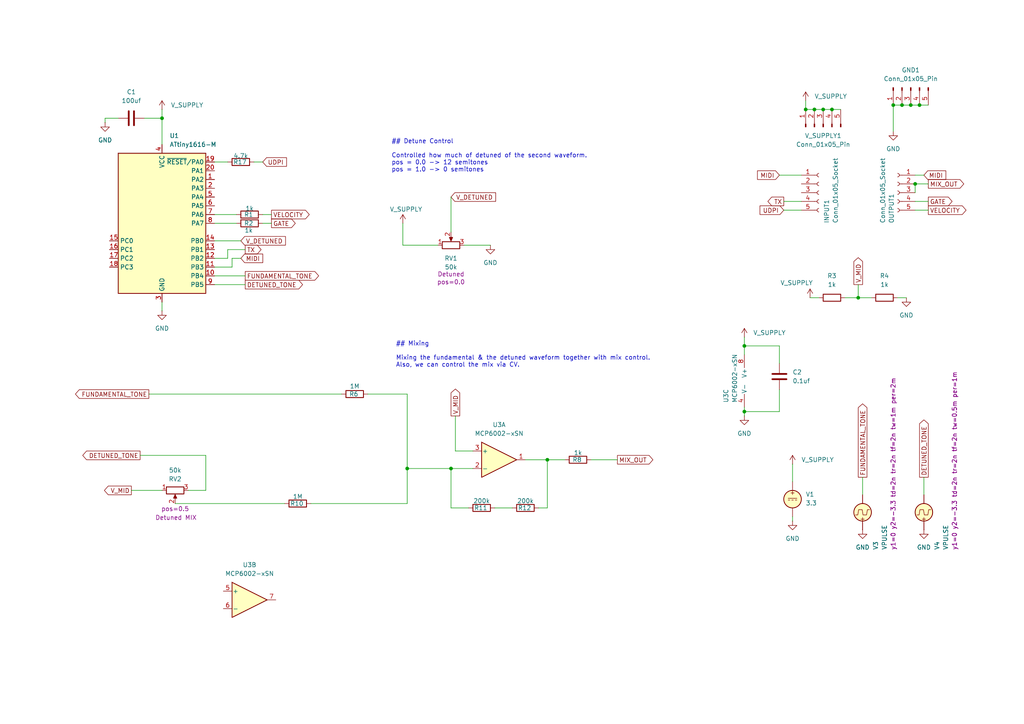
<source format=kicad_sch>
(kicad_sch (version 20231120) (generator "eeschema") (generator_version "8.0")
  (paper "A4")
  (lib_symbols
    (symbol "Amplifier_Operational:MCP6002-xSN" (pin_names (offset 0.127))
      (property "Reference" "U" (at 0 5.08 0))
      (property "Value" "MCP6002-xSN" (at 0 -5.08 0))
      (symbol "MCP6002-xSN_1_1"
        (polyline (pts (xy -5.08 5.08) (xy 5.08 0) (xy -5.08 -5.08) (xy -5.08 5.08)) (stroke (width 0.254)) (fill (type background)))
        (pin output line (at 7.62 0 180) (length 2.54) (name "~") (number "1"))
        (pin input line (at -7.62 -2.54 0) (length 2.54) (name "-") (number "2"))
        (pin input line (at -7.62 2.54 0) (length 2.54) (name "+") (number "3"))
      )
      (symbol "MCP6002-xSN_2_1"
        (polyline (pts (xy -5.08 5.08) (xy 5.08 0) (xy -5.08 -5.08) (xy -5.08 5.08)) (stroke (width 0.254)) (fill (type background)))
        (pin input line (at -7.62 2.54 0) (length 2.54) (name "+") (number "5"))
        (pin input line (at -7.62 -2.54 0) (length 2.54) (name "-") (number "6"))
        (pin output line (at 7.62 0 180) (length 2.54) (name "~") (number "7"))
      )
      (symbol "MCP6002-xSN_3_1"
        (pin power_in line (at -2.54 -7.62 90) (length 3.81) (name "V-") (number "4"))
        (pin power_in line (at -2.54 7.62 270) (length 3.81) (name "V+") (number "8"))
      )
    )
    (symbol "Connector:Conn_01x05_Pin" (pin_names (offset 1.016) hide)
      (property "Reference" "J" (at 0 7.62 0))
      (property "Value" "Conn_01x05_Pin" (at 0 -7.62 0))
      (symbol "Conn_01x05_Pin_1_1"
        (polyline (pts (xy 1.27 -5.08) (xy 0.8636 -5.08)) (stroke (width 0.1524)))
        (polyline (pts (xy 1.27 -2.54) (xy 0.8636 -2.54)) (stroke (width 0.1524)))
        (polyline (pts (xy 1.27 0) (xy 0.8636 0)) (stroke (width 0.1524)))
        (polyline (pts (xy 1.27 2.54) (xy 0.8636 2.54)) (stroke (width 0.1524)))
        (polyline (pts (xy 1.27 5.08) (xy 0.8636 5.08)) (stroke (width 0.1524)))
        (rectangle (start 0.8636 -4.953) (end 0 -5.207) (stroke (width 0.1524)) (fill (type outline)))
        (rectangle (start 0.8636 -2.413) (end 0 -2.667) (stroke (width 0.1524)) (fill (type outline)))
        (rectangle (start 0.8636 0.127) (end 0 -0.127) (stroke (width 0.1524)) (fill (type outline)))
        (rectangle (start 0.8636 2.667) (end 0 2.413) (stroke (width 0.1524)) (fill (type outline)))
        (rectangle (start 0.8636 5.207) (end 0 4.953) (stroke (width 0.1524)) (fill (type outline)))
        (pin passive line (at 5.08 5.08 180) (length 3.81) (name "Pin_1") (number "1"))
        (pin passive line (at 5.08 2.54 180) (length 3.81) (name "Pin_2") (number "2"))
        (pin passive line (at 5.08 0 180) (length 3.81) (name "Pin_3") (number "3"))
        (pin passive line (at 5.08 -2.54 180) (length 3.81) (name "Pin_4") (number "4"))
        (pin passive line (at 5.08 -5.08 180) (length 3.81) (name "Pin_5") (number "5"))
      )
    )
    (symbol "Connector:Conn_01x05_Socket" (pin_names (offset 1.016) hide)
      (property "Reference" "J" (at 0 7.62 0))
      (property "Value" "Conn_01x05_Socket" (at 0 -7.62 0))
      (symbol "Conn_01x05_Socket_1_1"
        (arc (start 0 -4.572) (mid -0.5058 -5.08) (end 0 -5.588) (stroke (width 0.1524)))
        (arc (start 0 -2.032) (mid -0.5058 -2.54) (end 0 -3.048) (stroke (width 0.1524)))
        (polyline (pts (xy -1.27 -5.08) (xy -0.508 -5.08)) (stroke (width 0.1524)))
        (polyline (pts (xy -1.27 -2.54) (xy -0.508 -2.54)) (stroke (width 0.1524)))
        (polyline (pts (xy -1.27 0) (xy -0.508 0)) (stroke (width 0.1524)))
        (polyline (pts (xy -1.27 2.54) (xy -0.508 2.54)) (stroke (width 0.1524)))
        (polyline (pts (xy -1.27 5.08) (xy -0.508 5.08)) (stroke (width 0.1524)))
        (arc (start 0 0.508) (mid -0.5058 0) (end 0 -0.508) (stroke (width 0.1524)))
        (arc (start 0 3.048) (mid -0.5058 2.54) (end 0 2.032) (stroke (width 0.1524)))
        (arc (start 0 5.588) (mid -0.5058 5.08) (end 0 4.572) (stroke (width 0.1524)))
        (pin passive line (at -5.08 5.08 0) (length 3.81) (name "Pin_1") (number "1"))
        (pin passive line (at -5.08 2.54 0) (length 3.81) (name "Pin_2") (number "2"))
        (pin passive line (at -5.08 0 0) (length 3.81) (name "Pin_3") (number "3"))
        (pin passive line (at -5.08 -2.54 0) (length 3.81) (name "Pin_4") (number "4"))
        (pin passive line (at -5.08 -5.08 0) (length 3.81) (name "Pin_5") (number "5"))
      )
    )
    (symbol "Device:C" (pin_numbers hide) (pin_names (offset 0.254))
      (property "Reference" "C" (at 0.635 2.54 0))
      (property "Value" "C" (at 0.635 -2.54 0))
      (symbol "C_0_1"
        (polyline (pts (xy -2.032 -0.762) (xy 2.032 -0.762)) (stroke (width 0.508)))
        (polyline (pts (xy -2.032 0.762) (xy 2.032 0.762)) (stroke (width 0.508)))
      )
      (symbol "C_1_1"
        (pin passive line (at 0 3.81 270) (length 2.794) (name "~") (number "1"))
        (pin passive line (at 0 -3.81 90) (length 2.794) (name "~") (number "2"))
      )
    )
    (symbol "Device:R" (pin_numbers hide) (pin_names (offset 0))
      (property "Reference" "R" (at 2.032 0 90))
      (property "Value" "R" (at 0 0 90))
      (symbol "R_0_1"
        (rectangle (start -1.016 -2.54) (end 1.016 2.54) (stroke (width 0.254)))
      )
      (symbol "R_1_1"
        (pin passive line (at 0 3.81 270) (length 1.27) (name "~") (number "1"))
        (pin passive line (at 0 -3.81 90) (length 1.27) (name "~") (number "2"))
      )
    )
    (symbol "Device:R_Potentiometer" (pin_names (offset 1.016) hide)
      (property "Reference" "RV" (at -4.445 0 90))
      (property "Value" "R_Potentiometer" (at -2.54 0 90))
      (symbol "R_Potentiometer_0_1"
        (polyline (pts (xy 2.54 0) (xy 1.524 0)))
        (polyline (pts (xy 1.143 0) (xy 2.286 0.508) (xy 2.286 -0.508) (xy 1.143 0)) (fill (type outline)))
        (rectangle (start 1.016 2.54) (end -1.016 -2.54) (stroke (width 0.254)))
      )
      (symbol "R_Potentiometer_1_1"
        (pin passive line (at 0 3.81 270) (length 1.27) (name "1") (number "1"))
        (pin passive line (at 3.81 0 180) (length 1.27) (name "2") (number "2"))
        (pin passive line (at 0 -3.81 90) (length 1.27) (name "3") (number "3"))
      )
    )
    (symbol "MCU_Microchip_ATtiny:ATtiny1616-M"
      (property "Reference" "U" (at -12.7 21.59 0))
      (property "Value" "ATtiny1616-M" (at 2.54 -21.59 0))
      (symbol "ATtiny1616-M_0_1"
        (rectangle (start -12.7 -20.32) (end 12.7 20.32) (stroke (width 0.254)) (fill (type background)))
      )
      (symbol "ATtiny1616-M_1_1"
        (pin bidirectional line (at 15.24 12.7 180) (length 2.54) (name "PA2") (number "1"))
        (pin bidirectional line (at 15.24 -15.24 180) (length 2.54) (name "PB4") (number "10"))
        (pin bidirectional line (at 15.24 -12.7 180) (length 2.54) (name "PB3") (number "11"))
        (pin bidirectional line (at 15.24 -10.16 180) (length 2.54) (name "PB2") (number "12"))
        (pin bidirectional line (at 15.24 -7.62 180) (length 2.54) (name "PB1") (number "13"))
        (pin bidirectional line (at 15.24 -5.08 180) (length 2.54) (name "PB0") (number "14"))
        (pin bidirectional line (at -15.24 -5.08 0) (length 2.54) (name "PC0") (number "15"))
        (pin bidirectional line (at -15.24 -7.62 0) (length 2.54) (name "PC1") (number "16"))
        (pin bidirectional line (at -15.24 -10.16 0) (length 2.54) (name "PC2") (number "17"))
        (pin bidirectional line (at -15.24 -12.7 0) (length 2.54) (name "PC3") (number "18"))
        (pin bidirectional line (at 15.24 17.78 180) (length 2.54) (name "~{RESET}/PA0") (number "19"))
        (pin bidirectional line (at 15.24 10.16 180) (length 2.54) (name "PA3") (number "2"))
        (pin bidirectional line (at 15.24 15.24 180) (length 2.54) (name "PA1") (number "20"))
        (pin passive line (at 0 -22.86 90) (length 2.54) hide (name "GND") (number "21"))
        (pin power_in line (at 0 -22.86 90) (length 2.54) (name "GND") (number "3"))
        (pin power_in line (at 0 22.86 270) (length 2.54) (name "VCC") (number "4"))
        (pin bidirectional line (at 15.24 7.62 180) (length 2.54) (name "PA4") (number "5"))
        (pin bidirectional line (at 15.24 5.08 180) (length 2.54) (name "PA5") (number "6"))
        (pin bidirectional line (at 15.24 2.54 180) (length 2.54) (name "PA6") (number "7"))
        (pin bidirectional line (at 15.24 0 180) (length 2.54) (name "PA7") (number "8"))
        (pin bidirectional line (at 15.24 -17.78 180) (length 2.54) (name "PB5") (number "9"))
      )
    )
    (symbol "Simulation_SPICE:VDC" (pin_numbers hide) (pin_names (offset 0.0254))
      (property "Reference" "V" (at 2.54 2.54 0))
      (property "Value" "1" (at 2.54 0 0))
      (symbol "VDC_0_0"
        (polyline (pts (xy -1.27 0.254) (xy 1.27 0.254)))
        (polyline (pts (xy -0.762 -0.254) (xy -1.27 -0.254)))
        (polyline (pts (xy 0.254 -0.254) (xy -0.254 -0.254)))
        (polyline (pts (xy 1.27 -0.254) (xy 0.762 -0.254)))
        (text "+" (at 0 1.905 0) (effects (font (size 1.27 1.27))))
      )
      (symbol "VDC_0_1"
        (circle (center 0 0) (radius 2.54) (stroke (width 0.254)) (fill (type background)))
      )
      (symbol "VDC_1_1"
        (pin passive line (at 0 5.08 270) (length 2.54) (name "~") (number "1"))
        (pin passive line (at 0 -5.08 90) (length 2.54) (name "~") (number "2"))
      )
    )
    (symbol "Simulation_SPICE:VPULSE" (pin_numbers hide) (pin_names (offset 0.0254))
      (property "Reference" "V" (at 2.54 2.54 0))
      (property "Value" "VPULSE" (at 2.54 0 0))
      (property "Sim.Params" "y1=0 y2=1 td=2n tr=2n tf=2n tw=50n per=100n" (at 2.54 -2.54 0))
      (symbol "VPULSE_0_0"
        (polyline (pts (xy -2.032 -0.762) (xy -1.397 -0.762) (xy -1.143 0.762) (xy -0.127 0.762) (xy 0.127 -0.762) (xy 1.143 -0.762) (xy 1.397 0.762) (xy 2.032 0.762)))
        (text "+" (at 0 1.905 0) (effects (font (size 1.27 1.27))))
      )
      (symbol "VPULSE_0_1"
        (circle (center 0 0) (radius 2.54) (stroke (width 0.254)) (fill (type background)))
      )
      (symbol "VPULSE_1_1"
        (pin passive line (at 0 5.08 270) (length 2.54) (name "~") (number "1"))
        (pin passive line (at 0 -5.08 90) (length 2.54) (name "~") (number "2"))
      )
    )
    (symbol "power:+5V" (power) (pin_numbers hide) (pin_names (offset 0) hide)
      (property "Value" "+5V" (at 0 3.556 0))
      (symbol "+5V_0_1"
        (polyline (pts (xy -0.762 1.27) (xy 0 2.54)))
        (polyline (pts (xy 0 0) (xy 0 2.54)))
        (polyline (pts (xy 0 2.54) (xy 0.762 1.27)))
      )
      (symbol "+5V_1_1"
        (pin power_in line (at 0 0 90) (length 0) (name "~") (number "1"))
      )
    )
    (symbol "power:GND" (power) (pin_numbers hide) (pin_names (offset 0) hide)
      (property "Value" "GND" (at 0 -3.81 0))
      (symbol "GND_0_1"
        (polyline (pts (xy 0 0) (xy 0 -1.27) (xy 1.27 -1.27) (xy 0 -2.54) (xy -1.27 -1.27) (xy 0 -1.27)))
      )
      (symbol "GND_1_1"
        (pin power_in line (at 0 0 270) (length 0) (name "~") (number "1"))
      )
    )
  )
  (junction (at 236.22 31.75))
  (junction (at 265.43 53.34))
  (junction (at 261.62 30.48))
  (junction (at 233.68 31.75))
  (junction (at 241.3 31.75))
  (junction (at 266.7 30.48))
  (junction (at 248.92 86.36))
  (junction (at 215.9 100.33))
  (junction (at 264.16 30.48))
  (junction (at 215.9 119.38))
  (junction (at 46.99 34.29))
  (junction (at 158.75 133.35))
  (junction (at 118.11 135.89))
  (junction (at 238.76 31.75))
  (junction (at 259.08 30.48))
  (junction (at 130.81 135.89))
  (wire (pts (xy 215.9 119.38) (xy 215.9 120.65)))
  (wire (pts (xy 265.43 50.8) (xy 267.97 50.8)))
  (wire (pts (xy 227.33 60.96) (xy 232.41 60.96)))
  (wire (pts (xy 135.89 147.32) (xy 130.81 147.32)))
  (wire (pts (xy 250.19 138.43) (xy 250.19 143.51)))
  (wire (pts (xy 130.81 57.15) (xy 130.81 67.31)))
  (wire (pts (xy 76.2 62.23) (xy 78.74 62.23)))
  (wire (pts (xy 241.3 31.75) (xy 243.84 31.75)))
  (wire (pts (xy 267.97 138.43) (xy 267.97 143.51)))
  (wire (pts (xy 30.48 34.29) (xy 30.48 35.56)))
  (wire (pts (xy 265.43 53.34) (xy 265.43 55.88)))
  (wire (pts (xy 118.11 146.05) (xy 118.11 135.89)))
  (wire (pts (xy 134.62 71.12) (xy 142.24 71.12)))
  (wire (pts (xy 233.68 31.75) (xy 236.22 31.75)))
  (wire (pts (xy 265.43 58.42) (xy 269.24 58.42)))
  (wire (pts (xy 67.31 74.93) (xy 69.85 74.93)))
  (wire (pts (xy 46.99 31.75) (xy 46.99 34.29)))
  (wire (pts (xy 266.7 30.48) (xy 269.24 30.48)))
  (wire (pts (xy 248.92 82.55) (xy 248.92 86.36)))
  (wire (pts (xy 248.92 86.36) (xy 252.73 86.36)))
  (wire (pts (xy 62.23 62.23) (xy 68.58 62.23)))
  (wire (pts (xy 238.76 31.75) (xy 241.3 31.75)))
  (wire (pts (xy 62.23 64.77) (xy 68.58 64.77)))
  (wire (pts (xy 76.2 64.77) (xy 78.74 64.77)))
  (wire (pts (xy 62.23 77.47) (xy 67.31 77.47)))
  (wire (pts (xy 229.87 134.62) (xy 229.87 139.7)))
  (wire (pts (xy 259.08 30.48) (xy 261.62 30.48)))
  (wire (pts (xy 262.89 86.36) (xy 260.35 86.36)))
  (wire (pts (xy 259.08 30.48) (xy 259.08 38.1)))
  (wire (pts (xy 229.87 149.86) (xy 229.87 151.13)))
  (wire (pts (xy 234.95 86.36) (xy 237.49 86.36)))
  (wire (pts (xy 226.06 119.38) (xy 215.9 119.38)))
  (wire (pts (xy 233.68 31.75) (xy 233.68 29.21)))
  (wire (pts (xy 132.08 130.81) (xy 132.08 120.65)))
  (wire (pts (xy 67.31 77.47) (xy 67.31 74.93)))
  (wire (pts (xy 158.75 147.32) (xy 158.75 133.35)))
  (wire (pts (xy 226.06 100.33) (xy 215.9 100.33)))
  (wire (pts (xy 40.64 132.08) (xy 59.69 132.08)))
  (wire (pts (xy 62.23 46.99) (xy 66.04 46.99)))
  (wire (pts (xy 46.99 34.29) (xy 46.99 41.91)))
  (wire (pts (xy 171.45 133.35) (xy 179.07 133.35)))
  (wire (pts (xy 46.99 87.63) (xy 46.99 90.17)))
  (wire (pts (xy 132.08 130.81) (xy 137.16 130.81)))
  (wire (pts (xy 59.69 142.24) (xy 54.61 142.24)))
  (wire (pts (xy 50.8 146.05) (xy 82.55 146.05)))
  (wire (pts (xy 226.06 105.41) (xy 226.06 100.33)))
  (wire (pts (xy 264.16 30.48) (xy 266.7 30.48)))
  (wire (pts (xy 106.68 114.3) (xy 118.11 114.3)))
  (wire (pts (xy 226.06 113.03) (xy 226.06 119.38)))
  (wire (pts (xy 215.9 97.79) (xy 215.9 100.33)))
  (wire (pts (xy 130.81 135.89) (xy 137.16 135.89)))
  (wire (pts (xy 156.21 147.32) (xy 158.75 147.32)))
  (wire (pts (xy 118.11 114.3) (xy 118.11 135.89)))
  (wire (pts (xy 34.29 34.29) (xy 30.48 34.29)))
  (wire (pts (xy 143.51 147.32) (xy 148.59 147.32)))
  (wire (pts (xy 152.4 133.35) (xy 158.75 133.35)))
  (wire (pts (xy 62.23 80.01) (xy 71.12 80.01)))
  (wire (pts (xy 236.22 31.75) (xy 238.76 31.75)))
  (wire (pts (xy 73.66 46.99) (xy 76.2 46.99)))
  (wire (pts (xy 245.11 86.36) (xy 248.92 86.36)))
  (wire (pts (xy 66.04 72.39) (xy 71.12 72.39)))
  (wire (pts (xy 59.69 132.08) (xy 59.69 142.24)))
  (wire (pts (xy 227.33 58.42) (xy 232.41 58.42)))
  (wire (pts (xy 226.06 50.8) (xy 232.41 50.8)))
  (wire (pts (xy 116.84 64.77) (xy 116.84 71.12)))
  (wire (pts (xy 215.9 118.11) (xy 215.9 119.38)))
  (wire (pts (xy 130.81 147.32) (xy 130.81 135.89)))
  (wire (pts (xy 66.04 72.39) (xy 66.04 74.93)))
  (wire (pts (xy 118.11 135.89) (xy 130.81 135.89)))
  (wire (pts (xy 38.1 142.24) (xy 46.99 142.24)))
  (wire (pts (xy 43.18 114.3) (xy 99.06 114.3)))
  (wire (pts (xy 215.9 100.33) (xy 215.9 102.87)))
  (wire (pts (xy 265.43 53.34) (xy 269.24 53.34)))
  (wire (pts (xy 41.91 34.29) (xy 46.99 34.29)))
  (wire (pts (xy 66.04 74.93) (xy 62.23 74.93)))
  (wire (pts (xy 116.84 71.12) (xy 127 71.12)))
  (wire (pts (xy 62.23 82.55) (xy 71.12 82.55)))
  (wire (pts (xy 158.75 133.35) (xy 163.83 133.35)))
  (wire (pts (xy 265.43 60.96) (xy 269.24 60.96)))
  (wire (pts (xy 62.23 69.85) (xy 69.85 69.85)))
  (wire (pts (xy 261.62 30.48) (xy 264.16 30.48)))
  (wire (pts (xy 90.17 146.05) (xy 118.11 146.05)))
  (text "## Mixing\n\nMixing the fundamental & the detuned waveform together with mix control.\nAlso, we can control the mix via CV." (at 114.808 102.87 0) (effects (font (size 1.27 1.27)) (justify left)))
  (text "## Detune Control\n\nControlled how much of detuned of the second waveform.\npos = 0.0 -> 12 semitones\npos = 1.0 -> 0 semitones" (at 113.538 45.212 0) (effects (font (size 1.27 1.27)) (justify left)))
  (global_label "MIDI" (shape input) (at 267.97 50.8 0) (property "Intersheetrefs" "${INTERSHEET_REFS}" (effects (hide yes))))
  (global_label "MIX_OUT" (shape output) (at 269.24 53.34 0) (property "Intersheetrefs" "${INTERSHEET_REFS}" (effects (hide yes))))
  (global_label "VELOCITY" (shape output) (at 78.74 62.23 0) (property "Intersheetrefs" "${INTERSHEET_REFS}" (effects (hide yes))))
  (global_label "DETUNED_TONE" (shape output) (at 40.64 132.08 180) (property "Intersheetrefs" "${INTERSHEET_REFS}" (effects (hide yes))))
  (global_label "MIX_OUT" (shape output) (at 179.07 133.35 0) (property "Intersheetrefs" "${INTERSHEET_REFS}" (effects (hide yes))))
  (global_label "GATE" (shape output) (at 78.74 64.77 0) (property "Intersheetrefs" "${INTERSHEET_REFS}" (effects (hide yes))))
  (global_label "FUNDAMENTAL_TONE" (shape output) (at 250.19 138.43 90) (property "Intersheetrefs" "${INTERSHEET_REFS}" (effects (hide yes))))
  (global_label "TX" (shape output) (at 71.12 72.39 0) (property "Intersheetrefs" "${INTERSHEET_REFS}" (effects (hide yes))))
  (global_label "VELOCITY" (shape output) (at 269.24 60.96 0) (property "Intersheetrefs" "${INTERSHEET_REFS}" (effects (hide yes))))
  (global_label "GATE" (shape output) (at 269.24 58.42 0) (property "Intersheetrefs" "${INTERSHEET_REFS}" (effects (hide yes))))
  (global_label "UDPI" (shape input) (at 227.33 60.96 180) (property "Intersheetrefs" "${INTERSHEET_REFS}" (effects (hide yes))))
  (global_label "V_MID" (shape output) (at 38.1 142.24 180) (property "Intersheetrefs" "${INTERSHEET_REFS}" (effects (hide yes))))
  (global_label "V_MID" (shape output) (at 132.08 120.65 90) (property "Intersheetrefs" "${INTERSHEET_REFS}" (effects (hide yes))))
  (global_label "FUNDAMENTAL_TONE" (shape output) (at 43.18 114.3 180) (property "Intersheetrefs" "${INTERSHEET_REFS}" (effects (hide yes))))
  (global_label "MIDI" (shape input) (at 226.06 50.8 180) (property "Intersheetrefs" "${INTERSHEET_REFS}" (effects (hide yes))))
  (global_label "UDPI" (shape input) (at 76.2 46.99 0) (property "Intersheetrefs" "${INTERSHEET_REFS}" (effects (hide yes))))
  (global_label "DETUNED_TONE" (shape output) (at 71.12 82.55 0) (property "Intersheetrefs" "${INTERSHEET_REFS}" (effects (hide yes))))
  (global_label "MIDI" (shape input) (at 69.85 74.93 0) (property "Intersheetrefs" "${INTERSHEET_REFS}" (effects (hide yes))))
  (global_label "FUNDAMENTAL_TONE" (shape output) (at 71.12 80.01 0) (property "Intersheetrefs" "${INTERSHEET_REFS}" (effects (hide yes))))
  (global_label "V_MID" (shape output) (at 248.92 82.55 90) (property "Intersheetrefs" "${INTERSHEET_REFS}" (effects (hide yes))))
  (global_label "V_DETUNED" (shape input) (at 130.81 57.15 0) (property "Intersheetrefs" "${INTERSHEET_REFS}" (effects (hide yes))))
  (global_label "V_DETUNED" (shape input) (at 69.85 69.85 0) (property "Intersheetrefs" "${INTERSHEET_REFS}" (effects (hide yes))))
  (global_label "DETUNED_TONE" (shape output) (at 267.97 138.43 90) (property "Intersheetrefs" "${INTERSHEET_REFS}" (effects (hide yes))))
  (global_label "TX" (shape output) (at 227.33 58.42 180) (property "Intersheetrefs" "${INTERSHEET_REFS}" (effects (hide yes))))
  (symbol (lib_id "Device:R") (at 241.3 86.36 90) (unit 1)
    (property "Reference" "R3" (at 241.3 80.01 90))
    (property "Value" "1k" (at 241.3 82.55 90))
    (property "Footprint" "Resistor_SMD:R_0402_1005Metric" (effects (hide yes)))
    (property "Description" "Resistor" (effects (hide yes)))
  )
  (symbol (lib_id "power:+5V") (at 116.84 64.77 0) (unit 1)
    (property "Reference" "#PWR05" (effects (hide yes)))
    (property "Value" "V_SUPPLY" (at 113.03 60.706 0) (effects (justify left)))
    (property "Description" "Power symbol creates a global label with name \"+5V\"" (effects (hide yes)))
  )
  (symbol (lib_id "Simulation_SPICE:VDC") (at 229.87 144.78 0) (unit 1) (on_board no)
    (property "Reference" "V1" (at 233.68 143.3801 0) (effects (justify left)))
    (property "Value" "3.3" (at 233.68 145.9201 0) (effects (justify left)))
    (property "Datasheet" "https://ngspice.sourceforge.io/docs/ngspice-html-manual/manual.xhtml#sec_Independent_Sources_for" (effects (hide yes)))
    (property "Description" "Voltage source, DC" (effects (hide yes)))
    (property "Sim.Pins" "1=+ 2=-" (effects (hide yes)))
    (property "Sim.Type" "DC" (effects (hide yes)))
    (property "Sim.Device" "V" (effects (hide yes)))
  )
  (symbol (lib_id "Connector:Conn_01x05_Pin") (at 238.76 36.83 90) (unit 1) (exclude_from_sim yes)
    (property "Reference" "V_SUPPLY1" (at 238.76 39.37 90))
    (property "Value" "Conn_01x05_Pin" (at 238.76 41.91 90))
    (property "Footprint" "BreadModular_MISC:Power_Connector" (effects (hide yes)))
    (property "Description" "Generic connector, single row, 01x05, script generated" (effects (hide yes)))
  )
  (symbol (lib_id "power:GND") (at 267.97 153.67 0) (unit 1)
    (property "Reference" "#PWR014" (effects (hide yes)))
    (property "Value" "GND" (at 267.97 158.75 0))
    (property "Description" "Power symbol creates a global label with name \"GND\" , ground" (effects (hide yes)))
  )
  (symbol (lib_id "Device:R") (at 139.7 147.32 90) (unit 1)
    (property "Reference" "R11" (at 139.446 147.32 90))
    (property "Value" "200k" (at 139.7 145.288 90))
    (property "Footprint" "Resistor_SMD:R_0402_1005Metric" (effects (hide yes)))
    (property "Description" "Resistor" (effects (hide yes)))
  )
  (symbol (lib_id "power:+5V") (at 229.87 134.62 0) (unit 1)
    (property "Reference" "#PWR012" (effects (hide yes)))
    (property "Value" "V_SUPPLY" (at 232.41 133.3499 0) (effects (justify left)))
    (property "Description" "Power symbol creates a global label with name \"+5V\"" (effects (hide yes)))
  )
  (symbol (lib_id "Device:R") (at 72.39 64.77 90) (unit 1)
    (property "Reference" "R2" (at 72.136 64.77 90))
    (property "Value" "1k" (at 72.136 66.802 90))
    (property "Footprint" "Resistor_SMD:R_0402_1005Metric" (effects (hide yes)))
    (property "Description" "Resistor" (effects (hide yes)))
  )
  (symbol (lib_id "Device:C") (at 226.06 109.22 0) (unit 1)
    (property "Reference" "C2" (at 229.87 107.9499 0) (effects (justify left)))
    (property "Value" "0.1uf" (at 229.87 110.4899 0) (effects (justify left)))
    (property "Footprint" "Capacitor_SMD:C_0402_1005Metric" (effects (hide yes)))
    (property "Description" "Unpolarized capacitor" (effects (hide yes)))
  )
  (symbol (lib_id "Device:R_Potentiometer") (at 130.81 71.12 90) (unit 1)
    (property "Reference" "RV1" (at 130.81 74.93 90))
    (property "Value" "50k" (at 130.81 77.47 90))
    (property "Footprint" "BreadModular_Pots:Potentiometer_RV09" (effects (hide yes)))
    (property "Description" "Potentiometer" (effects (hide yes)))
    (property "Comment" "Detuned" (at 130.81 79.502 90))
    (property "Sim.Device" "R" (effects (hide yes)))
    (property "Sim.Type" "POT" (effects (hide yes)))
    (property "Sim.Pins" "1=r0 2=wiper 3=r1" (effects (hide yes)))
    (property "Sim.Params" "pos=0.0" (at 130.81 81.788 90))
  )
  (symbol (lib_id "power:+5V") (at 233.68 29.21 0) (unit 1)
    (property "Reference" "#PWR01" (effects (hide yes)))
    (property "Value" "V_SUPPLY" (at 236.22 27.9399 0) (effects (justify left)))
    (property "Description" "Power symbol creates a global label with name \"+5V\"" (effects (hide yes)))
  )
  (symbol (lib_id "power:GND") (at 259.08 38.1 0) (unit 1)
    (property "Reference" "#PWR04" (effects (hide yes)))
    (property "Value" "GND" (at 259.08 43.18 0))
    (property "Description" "Power symbol creates a global label with name \"GND\" , ground" (effects (hide yes)))
  )
  (symbol (lib_id "power:GND") (at 142.24 71.12 0) (unit 1)
    (property "Reference" "#PWR06" (effects (hide yes)))
    (property "Value" "GND" (at 142.24 76.2 0))
    (property "Description" "Power symbol creates a global label with name \"GND\" , ground" (effects (hide yes)))
  )
  (symbol (lib_id "Simulation_SPICE:VPULSE") (at 267.97 148.59 180) (unit 1) (on_board no)
    (property "Reference" "V4" (at 271.78 159.512 90) (effects (justify right)))
    (property "Value" "VPULSE" (at 274.32 159.512 90) (effects (justify right)))
    (property "Datasheet" "https://ngspice.sourceforge.io/docs/ngspice-html-manual/manual.xhtml#sec_Independent_Sources_for" (effects (hide yes)))
    (property "Description" "Voltage source, pulse" (effects (hide yes)))
    (property "Sim.Pins" "1=+ 2=-" (effects (hide yes)))
    (property "Sim.Type" "PULSE" (effects (hide yes)))
    (property "Sim.Device" "V" (effects (hide yes)))
    (property "Sim.Params" "y1=0 y2=-3.3 td=2n tr=2n tf=2n tw=0.5m per=1m" (at 276.86 159.512 90) (effects (justify right)))
  )
  (symbol (lib_id "power:GND") (at 250.19 153.67 0) (unit 1)
    (property "Reference" "#PWR013" (effects (hide yes)))
    (property "Value" "GND" (at 250.19 158.75 0))
    (property "Description" "Power symbol creates a global label with name \"GND\" , ground" (effects (hide yes)))
  )
  (symbol (lib_id "Device:R") (at 167.64 133.35 90) (unit 1)
    (property "Reference" "R8" (at 167.386 133.35 90))
    (property "Value" "1k" (at 167.64 131.318 90))
    (property "Footprint" "Resistor_SMD:R_0402_1005Metric" (effects (hide yes)))
    (property "Description" "Resistor" (effects (hide yes)))
  )
  (symbol (lib_id "Device:R_Potentiometer") (at 50.8 142.24 90) (mirror x) (unit 1)
    (property "Reference" "RV2" (at 50.8 138.938 90))
    (property "Value" "50k" (at 50.8 136.398 90))
    (property "Footprint" "BreadModular_Pots:Potentiometer_RV09" (effects (hide yes)))
    (property "Description" "Potentiometer" (effects (hide yes)))
    (property "Comment" "Detuned MIX" (at 51.054 150.114 90))
    (property "Sim.Device" "R" (effects (hide yes)))
    (property "Sim.Type" "POT" (effects (hide yes)))
    (property "Sim.Pins" "1=r0 2=wiper 3=r1" (effects (hide yes)))
    (property "Sim.Params" "pos=0.5" (at 50.8 147.574 90))
  )
  (symbol (lib_id "power:GND") (at 229.87 151.13 0) (unit 1)
    (property "Reference" "#PWR015" (effects (hide yes)))
    (property "Value" "GND" (at 229.87 156.21 0))
    (property "Description" "Power symbol creates a global label with name \"GND\" , ground" (effects (hide yes)))
  )
  (symbol (lib_id "Device:R") (at 72.39 62.23 90) (unit 1)
    (property "Reference" "R1" (at 72.136 62.23 90))
    (property "Value" "1k" (at 72.39 60.452 90))
    (property "Footprint" "Resistor_SMD:R_0402_1005Metric" (effects (hide yes)))
    (property "Description" "Resistor" (effects (hide yes)))
  )
  (symbol (lib_id "power:GND") (at 215.9 120.65 0) (unit 1)
    (property "Reference" "#PWR011" (effects (hide yes)))
    (property "Value" "GND" (at 215.9 125.73 0))
    (property "Description" "Power symbol creates a global label with name \"GND\" , ground" (effects (hide yes)))
  )
  (symbol (lib_id "power:+5V") (at 215.9 97.79 0) (unit 1)
    (property "Reference" "#PWR010" (effects (hide yes)))
    (property "Value" "V_SUPPLY" (at 218.44 96.5199 0) (effects (justify left)))
    (property "Description" "Power symbol creates a global label with name \"+5V\"" (effects (hide yes)))
  )
  (symbol (lib_id "Device:R") (at 86.36 146.05 90) (unit 1)
    (property "Reference" "R10" (at 86.106 146.05 90))
    (property "Value" "1M" (at 86.36 144.018 90))
    (property "Footprint" "Resistor_SMD:R_0402_1005Metric" (effects (hide yes)))
    (property "Description" "Resistor" (effects (hide yes)))
  )
  (symbol (lib_id "Amplifier_Operational:MCP6002-xSN") (at 72.39 173.99 0) (unit 2)
    (property "Reference" "U3" (at 72.39 163.83 0))
    (property "Value" "MCP6002-xSN" (at 72.39 166.37 0))
    (property "Footprint" "Package_SO:SOIC-8-1EP_3.9x4.9mm_P1.27mm_EP2.29x3mm" (effects (hide yes)))
    (property "Datasheet" "http://ww1.microchip.com/downloads/en/DeviceDoc/21733j.pdf" (effects (hide yes)))
    (property "Description" "1MHz, Low-Power Op Amp, SOIC-8" (effects (hide yes)))
  )
  (symbol (lib_id "MCU_Microchip_ATtiny:ATtiny1616-M") (at 46.99 64.77 0) (unit 1) (exclude_from_sim yes)
    (property "Reference" "U1" (at 49.1841 39.37 0) (effects (justify left)))
    (property "Value" "ATtiny1616-M" (at 49.1841 41.91 0) (effects (justify left)))
    (property "Footprint" "Package_DFN_QFN:VQFN-20-1EP_3x3mm_P0.4mm_EP1.7x1.7mm" (effects (hide yes)))
    (property "Datasheet" "http://ww1.microchip.com/downloads/en/DeviceDoc/ATtiny3216_ATtiny1616-data-sheet-40001997B.pdf" (effects (hide yes)))
    (property "Description" "20MHz, 16kB Flash, 2kB SRAM, 256B EEPROM, VQFN-20" (effects (hide yes)))
  )
  (symbol (lib_id "Device:R") (at 152.4 147.32 90) (unit 1)
    (property "Reference" "R12" (at 152.146 147.32 90))
    (property "Value" "200k" (at 152.4 145.288 90))
    (property "Footprint" "Resistor_SMD:R_0402_1005Metric" (effects (hide yes)))
    (property "Description" "Resistor" (effects (hide yes)))
  )
  (symbol (lib_id "power:+5V") (at 46.99 31.75 0) (unit 1)
    (property "Reference" "#PWR02" (effects (hide yes)))
    (property "Value" "V_SUPPLY" (at 49.53 30.4799 0) (effects (justify left)))
    (property "Description" "Power symbol creates a global label with name \"+5V\"" (effects (hide yes)))
  )
  (symbol (lib_id "Connector:Conn_01x05_Socket") (at 260.35 55.88 0) (mirror y) (unit 1) (exclude_from_sim yes)
    (property "Reference" "OUTPUT1" (at 258.572 64.77 90) (effects (justify left)))
    (property "Value" "Conn_01x05_Socket" (at 256.032 64.77 90) (effects (justify left)))
    (property "Footprint" "Connector_PinSocket_2.54mm:PinSocket_1x05_P2.54mm_Vertical" (effects (hide yes)))
    (property "Description" "Generic connector, single row, 01x05, script generated" (effects (hide yes)))
  )
  (symbol (lib_id "Device:C") (at 38.1 34.29 90) (unit 1)
    (property "Reference" "C1" (at 38.1 26.67 90))
    (property "Value" "100uf" (at 38.1 29.21 90))
    (property "Footprint" "Capacitor_SMD:C_1206_3216Metric" (effects (hide yes)))
    (property "Description" "Unpolarized capacitor" (effects (hide yes)))
  )
  (symbol (lib_id "power:GND") (at 262.89 86.36 0) (unit 1)
    (property "Reference" "#PWR08" (effects (hide yes)))
    (property "Value" "GND" (at 262.89 91.44 0))
    (property "Description" "Power symbol creates a global label with name \"GND\" , ground" (effects (hide yes)))
  )
  (symbol (lib_id "power:GND") (at 46.99 90.17 0) (unit 1)
    (property "Reference" "#PWR09" (effects (hide yes)))
    (property "Value" "GND" (at 46.99 95.25 0))
    (property "Description" "Power symbol creates a global label with name \"GND\" , ground" (effects (hide yes)))
  )
  (symbol (lib_id "Device:R") (at 256.54 86.36 90) (unit 1)
    (property "Reference" "R4" (at 256.54 80.01 90))
    (property "Value" "1k" (at 256.54 82.55 90))
    (property "Footprint" "Resistor_SMD:R_0402_1005Metric" (effects (hide yes)))
    (property "Description" "Resistor" (effects (hide yes)))
  )
  (symbol (lib_id "Connector:Conn_01x05_Socket") (at 237.49 55.88 0) (unit 1) (exclude_from_sim yes)
    (property "Reference" "INPUT1" (at 239.776 64.77 90) (effects (justify left)))
    (property "Value" "Conn_01x05_Socket" (at 242.316 64.77 90) (effects (justify left)))
    (property "Footprint" "Connector_PinSocket_2.54mm:PinSocket_1x05_P2.54mm_Vertical" (effects (hide yes)))
    (property "Description" "Generic connector, single row, 01x05, script generated" (effects (hide yes)))
  )
  (symbol (lib_id "Device:R") (at 69.85 46.99 90) (unit 1)
    (property "Reference" "R17" (at 69.596 46.99 90))
    (property "Value" "4.7k" (at 69.85 45.212 90))
    (property "Footprint" "Resistor_SMD:R_0402_1005Metric" (effects (hide yes)))
    (property "Description" "Resistor" (effects (hide yes)))
  )
  (symbol (lib_id "Simulation_SPICE:VPULSE") (at 250.19 148.59 180) (unit 1) (on_board no)
    (property "Reference" "V3" (at 254 159.512 90) (effects (justify right)))
    (property "Value" "VPULSE" (at 256.54 159.512 90) (effects (justify right)))
    (property "Datasheet" "https://ngspice.sourceforge.io/docs/ngspice-html-manual/manual.xhtml#sec_Independent_Sources_for" (effects (hide yes)))
    (property "Description" "Voltage source, pulse" (effects (hide yes)))
    (property "Sim.Pins" "1=+ 2=-" (effects (hide yes)))
    (property "Sim.Type" "PULSE" (effects (hide yes)))
    (property "Sim.Device" "V" (effects (hide yes)))
    (property "Sim.Params" "y1=0 y2=-3.3 td=2n tr=2n tf=2n tw=1m per=2m" (at 259.08 159.512 90) (effects (justify right)))
  )
  (symbol (lib_id "Amplifier_Operational:MCP6002-xSN") (at 218.44 110.49 0) (unit 3)
    (property "Reference" "U3" (at 210.566 116.84 90) (effects (justify left)))
    (property "Value" "MCP6002-xSN" (at 213.106 116.84 90) (effects (justify left)))
    (property "Footprint" "Package_SO:SOIC-8-1EP_3.9x4.9mm_P1.27mm_EP2.29x3mm" (effects (hide yes)))
    (property "Datasheet" "http://ww1.microchip.com/downloads/en/DeviceDoc/21733j.pdf" (effects (hide yes)))
    (property "Description" "1MHz, Low-Power Op Amp, SOIC-8" (effects (hide yes)))
  )
  (symbol (lib_id "Device:R") (at 102.87 114.3 90) (unit 1)
    (property "Reference" "R6" (at 102.616 114.3 90))
    (property "Value" "1M" (at 102.87 112.014 90))
    (property "Footprint" "Resistor_SMD:R_0402_1005Metric" (effects (hide yes)))
    (property "Description" "Resistor" (effects (hide yes)))
  )
  (symbol (lib_id "Connector:Conn_01x05_Pin") (at 264.16 25.4 90) (mirror x) (unit 1) (exclude_from_sim yes)
    (property "Reference" "GND1" (at 264.16 20.32 90))
    (property "Value" "Conn_01x05_Pin" (at 264.16 22.86 90))
    (property "Footprint" "BreadModular_MISC:Power_Connector" (effects (hide yes)))
    (property "Description" "Generic connector, single row, 01x05, script generated" (effects (hide yes)))
  )
  (symbol (lib_id "power:+5V") (at 234.95 86.36 0) (unit 1)
    (property "Reference" "#PWR07" (effects (hide yes)))
    (property "Value" "V_SUPPLY" (at 226.314 82.042 0) (effects (justify left)))
    (property "Description" "Power symbol creates a global label with name \"+5V\"" (effects (hide yes)))
  )
  (symbol (lib_id "Amplifier_Operational:MCP6002-xSN") (at 144.78 133.35 0) (unit 1)
    (property "Reference" "U3" (at 144.78 123.19 0))
    (property "Value" "MCP6002-xSN" (at 144.78 125.73 0))
    (property "Footprint" "Package_SO:SOIC-8-1EP_3.9x4.9mm_P1.27mm_EP2.29x3mm" (effects (hide yes)))
    (property "Datasheet" "http://ww1.microchip.com/downloads/en/DeviceDoc/21733j.pdf" (effects (hide yes)))
    (property "Description" "1MHz, Low-Power Op Amp, SOIC-8" (effects (hide yes)))
  )
  (symbol (lib_id "power:GND") (at 30.48 35.56 0) (unit 1)
    (property "Reference" "#PWR03" (effects (hide yes)))
    (property "Value" "GND" (at 30.48 40.64 0))
    (property "Description" "Power symbol creates a global label with name \"GND\" , ground" (effects (hide yes)))
  )
)
</source>
